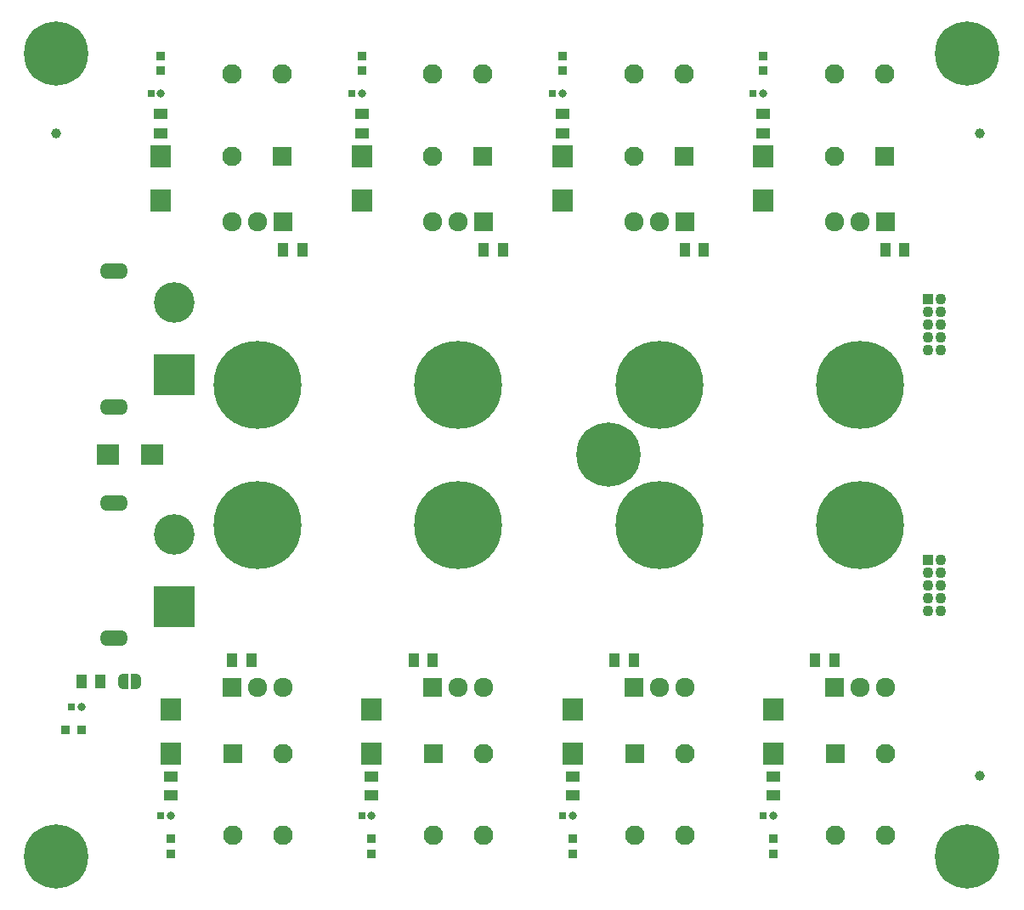
<source format=gbr>
%TF.GenerationSoftware,KiCad,Pcbnew,(6.0.10)*%
%TF.CreationDate,2023-01-10T09:29:53-08:00*%
%TF.ProjectId,solid_state_relays_12v,736f6c69-645f-4737-9461-74655f72656c,0.0.8*%
%TF.SameCoordinates,PXe4e1c0PY6422c40*%
%TF.FileFunction,Soldermask,Top*%
%TF.FilePolarity,Negative*%
%FSLAX46Y46*%
G04 Gerber Fmt 4.6, Leading zero omitted, Abs format (unit mm)*
G04 Created by KiCad (PCBNEW (6.0.10)) date 2023-01-10 09:29:53*
%MOMM*%
%LPD*%
G01*
G04 APERTURE LIST*
G04 Aperture macros list*
%AMFreePoly0*
4,1,22,0.500000,-0.750000,0.000000,-0.750000,0.000000,-0.745033,-0.079941,-0.743568,-0.215256,-0.701293,-0.333266,-0.622738,-0.424486,-0.514219,-0.481581,-0.384460,-0.499164,-0.250000,-0.500000,-0.250000,-0.500000,0.250000,-0.499164,0.250000,-0.499963,0.256109,-0.478152,0.396186,-0.417904,0.524511,-0.324060,0.630769,-0.204165,0.706417,-0.067858,0.745374,0.000000,0.744959,0.000000,0.750000,
0.500000,0.750000,0.500000,-0.750000,0.500000,-0.750000,$1*%
%AMFreePoly1*
4,1,20,0.000000,0.744959,0.073905,0.744508,0.209726,0.703889,0.328688,0.626782,0.421226,0.519385,0.479903,0.390333,0.500000,0.250000,0.500000,-0.250000,0.499851,-0.262216,0.476331,-0.402017,0.414519,-0.529596,0.319384,-0.634700,0.198574,-0.708877,0.061801,-0.746166,0.000000,-0.745033,0.000000,-0.750000,-0.500000,-0.750000,-0.500000,0.750000,0.000000,0.750000,0.000000,0.744959,
0.000000,0.744959,$1*%
G04 Aperture macros list end*
%ADD10R,1.000000X1.400000*%
%ADD11C,0.900000*%
%ADD12C,8.750000*%
%ADD13R,0.800000X0.800000*%
%ADD14C,0.800000*%
%ADD15O,2.800000X1.600000*%
%ADD16R,4.050000X4.050000*%
%ADD17C,4.050000*%
%ADD18FreePoly0,180.000000*%
%ADD19FreePoly1,180.000000*%
%ADD20R,1.400000X1.000000*%
%ADD21R,1.950000X1.950000*%
%ADD22C,1.950000*%
%ADD23R,0.850000X0.900000*%
%ADD24R,1.090000X1.090000*%
%ADD25C,1.090000*%
%ADD26C,1.000000*%
%ADD27R,2.150000X2.200000*%
%ADD28C,6.400000*%
%ADD29R,2.200000X2.150000*%
%ADD30R,0.900000X0.950000*%
%ADD31R,1.920000X1.920000*%
%ADD32C,1.920000*%
G04 APERTURE END LIST*
D10*
%TO.C,RP4*%
X27580000Y65450000D03*
X29480000Y65450000D03*
%TD*%
D11*
%TO.C,HQ7*%
X42388350Y35348350D03*
X45040000Y41750000D03*
X42388350Y40651650D03*
X47691650Y40651650D03*
X47691650Y35348350D03*
X41290000Y38000000D03*
D12*
X45040000Y38000000D03*
D11*
X48790000Y38000000D03*
X45040000Y34250000D03*
%TD*%
D13*
%TO.C,JL4*%
X14400000Y81000000D03*
D14*
X15400000Y81000000D03*
%TD*%
D15*
%TO.C,JPWR2*%
X10700000Y49800000D03*
X10700000Y63300000D03*
D16*
X16700000Y52950000D03*
D17*
X16700000Y60150000D03*
%TD*%
D18*
%TO.C,JP1*%
X12950000Y22450000D03*
D19*
X11650000Y22450000D03*
%TD*%
D20*
%TO.C,RL1*%
X75400000Y77050000D03*
X75400000Y78950000D03*
%TD*%
D21*
%TO.C,J3*%
X47500000Y74750000D03*
D22*
X47500000Y82950000D03*
X42500000Y74750000D03*
X42500000Y82950000D03*
%TD*%
D10*
%TO.C,RP6*%
X62500000Y24550000D03*
X60600000Y24550000D03*
%TD*%
D23*
%TO.C,LED1*%
X75400000Y84750000D03*
X75400000Y83250000D03*
%TD*%
D21*
%TO.C,J8*%
X22580000Y15250000D03*
D22*
X22580000Y7050000D03*
X27580000Y15250000D03*
X27580000Y7050000D03*
%TD*%
D13*
%TO.C,JL5*%
X75400000Y9000000D03*
D14*
X76400000Y9000000D03*
%TD*%
D21*
%TO.C,J5*%
X82580000Y15250000D03*
D22*
X82580000Y7050000D03*
X87580000Y15250000D03*
X87580000Y7050000D03*
%TD*%
D24*
%TO.C,JCNTL1*%
X91865000Y60540000D03*
D25*
X93135000Y60540000D03*
X91865000Y59270000D03*
X93135000Y59270000D03*
X91865000Y58000000D03*
X93135000Y58000000D03*
X91865000Y56730000D03*
X93135000Y56730000D03*
X91865000Y55460000D03*
X93135000Y55460000D03*
%TD*%
D10*
%TO.C,RP7*%
X42500000Y24550000D03*
X40600000Y24550000D03*
%TD*%
D26*
%TO.C,FID2*%
X97000000Y77000000D03*
%TD*%
D10*
%TO.C,R1*%
X7500000Y22450000D03*
X9400000Y22450000D03*
%TD*%
%TO.C,RP3*%
X47580000Y65450000D03*
X49480000Y65450000D03*
%TD*%
D27*
%TO.C,TVS2*%
X55400000Y70350000D03*
X55400000Y74750000D03*
%TD*%
D10*
%TO.C,RP2*%
X67580000Y65450000D03*
X69480000Y65450000D03*
%TD*%
D23*
%TO.C,LED6*%
X56400000Y5250000D03*
X56400000Y6750000D03*
%TD*%
%TO.C,LED7*%
X36400000Y5250000D03*
X36400000Y6750000D03*
%TD*%
D20*
%TO.C,RL7*%
X36400000Y12950000D03*
X36400000Y11050000D03*
%TD*%
D14*
%TO.C,H5*%
X58302944Y43302944D03*
D28*
X60000000Y45000000D03*
D14*
X60000000Y42600000D03*
X61697056Y46697056D03*
X58302944Y46697056D03*
X60000000Y47400000D03*
X57600000Y45000000D03*
X61697056Y43302944D03*
X62400000Y45000000D03*
%TD*%
D29*
%TO.C,TVSP1*%
X14550000Y45000000D03*
X10150000Y45000000D03*
%TD*%
D11*
%TO.C,HQ6*%
X67691650Y40651650D03*
X61290000Y38000000D03*
X62388350Y40651650D03*
X67691650Y35348350D03*
X68790000Y38000000D03*
X65040000Y41750000D03*
X65040000Y34250000D03*
X62388350Y35348350D03*
D12*
X65040000Y38000000D03*
%TD*%
D10*
%TO.C,RP1*%
X87580000Y65450000D03*
X89480000Y65450000D03*
%TD*%
D21*
%TO.C,J1*%
X87500000Y74750000D03*
D22*
X87500000Y82950000D03*
X82500000Y74750000D03*
X82500000Y82950000D03*
%TD*%
D13*
%TO.C,JL8*%
X15380000Y9000000D03*
D14*
X16380000Y9000000D03*
%TD*%
D23*
%TO.C,LED8*%
X16380000Y5250000D03*
X16380000Y6750000D03*
%TD*%
D27*
%TO.C,TVS5*%
X76400000Y19650000D03*
X76400000Y15250000D03*
%TD*%
D21*
%TO.C,J2*%
X67500000Y74750000D03*
D22*
X67500000Y82950000D03*
X62500000Y74750000D03*
X62500000Y82950000D03*
%TD*%
D11*
%TO.C,HQ4*%
X28790000Y52000000D03*
X27691650Y49348350D03*
X22388350Y49348350D03*
X25040000Y55750000D03*
D12*
X25040000Y52000000D03*
D11*
X22388350Y54651650D03*
X21290000Y52000000D03*
X27691650Y54651650D03*
X25040000Y48250000D03*
%TD*%
D23*
%TO.C,LED3*%
X35400000Y84750000D03*
X35400000Y83250000D03*
%TD*%
D10*
%TO.C,RP5*%
X82500000Y24550000D03*
X80600000Y24550000D03*
%TD*%
D28*
%TO.C,H1*%
X5000000Y85000000D03*
D14*
X6697056Y83302944D03*
X5000000Y87400000D03*
X6697056Y86697056D03*
X3302944Y86697056D03*
X5000000Y82600000D03*
X7400000Y85000000D03*
X3302944Y83302944D03*
X2600000Y85000000D03*
%TD*%
D21*
%TO.C,J4*%
X27500000Y74750000D03*
D22*
X27500000Y82950000D03*
X22500000Y74750000D03*
X22500000Y82950000D03*
%TD*%
D11*
%TO.C,HQ3*%
X42388350Y54651650D03*
D12*
X45040000Y52000000D03*
D11*
X45040000Y48250000D03*
X41290000Y52000000D03*
X48790000Y52000000D03*
X47691650Y54651650D03*
X45040000Y55750000D03*
X47691650Y49348350D03*
X42388350Y49348350D03*
%TD*%
D14*
%TO.C,H4*%
X6697056Y6697056D03*
X6697056Y3302944D03*
X2600000Y5000000D03*
X5000000Y2600000D03*
X3302944Y6697056D03*
X3302944Y3302944D03*
D28*
X5000000Y5000000D03*
D14*
X7400000Y5000000D03*
X5000000Y7400000D03*
%TD*%
D27*
%TO.C,TVS4*%
X15400000Y70350000D03*
X15400000Y74750000D03*
%TD*%
D13*
%TO.C,JL7*%
X35400000Y9000000D03*
D14*
X36400000Y9000000D03*
%TD*%
D11*
%TO.C,HQ5*%
X85040000Y34250000D03*
X82388350Y35348350D03*
X85040000Y41750000D03*
X81290000Y38000000D03*
X82388350Y40651650D03*
X87691650Y35348350D03*
D12*
X85040000Y38000000D03*
D11*
X87691650Y40651650D03*
X88790000Y38000000D03*
%TD*%
D20*
%TO.C,RL6*%
X56400000Y12950000D03*
X56400000Y11050000D03*
%TD*%
D13*
%TO.C,JL6*%
X55400000Y9000000D03*
D14*
X56400000Y9000000D03*
%TD*%
D23*
%TO.C,LED2*%
X55400000Y84750000D03*
X55400000Y83250000D03*
%TD*%
D10*
%TO.C,RP8*%
X22500000Y24550000D03*
X24400000Y24550000D03*
%TD*%
D30*
%TO.C,LEDP1*%
X5900000Y17600000D03*
X7500000Y17600000D03*
%TD*%
D20*
%TO.C,RL3*%
X35400000Y77050000D03*
X35400000Y78950000D03*
%TD*%
%TO.C,RL8*%
X16380000Y12950000D03*
X16380000Y11050000D03*
%TD*%
D15*
%TO.C,JPWR1*%
X10700000Y26700000D03*
X10700000Y40200000D03*
D16*
X16700000Y29850000D03*
D17*
X16700000Y37050000D03*
%TD*%
D27*
%TO.C,TVS7*%
X36400000Y19650000D03*
X36400000Y15250000D03*
%TD*%
%TO.C,TVS3*%
X35400000Y70350000D03*
X35400000Y74750000D03*
%TD*%
D11*
%TO.C,HQ2*%
X62388350Y49348350D03*
X67691650Y49348350D03*
X65040000Y48250000D03*
D12*
X65040000Y52000000D03*
D11*
X68790000Y52000000D03*
X65040000Y55750000D03*
X62388350Y54651650D03*
X67691650Y54651650D03*
X61290000Y52000000D03*
%TD*%
D21*
%TO.C,J7*%
X42580000Y15250000D03*
D22*
X42580000Y7050000D03*
X47580000Y15250000D03*
X47580000Y7050000D03*
%TD*%
D20*
%TO.C,RL4*%
X15400000Y77050000D03*
X15400000Y78950000D03*
%TD*%
D23*
%TO.C,LED5*%
X76400000Y5250000D03*
X76400000Y6750000D03*
%TD*%
D14*
%TO.C,H3*%
X95750000Y2600000D03*
X93350000Y5000000D03*
X98150000Y5000000D03*
X97447056Y3302944D03*
X97447056Y6697056D03*
X94052944Y3302944D03*
X94052944Y6697056D03*
X95750000Y7400000D03*
D28*
X95750000Y5000000D03*
%TD*%
D13*
%TO.C,JL3*%
X34400000Y81000000D03*
D14*
X35400000Y81000000D03*
%TD*%
D23*
%TO.C,LED4*%
X15400000Y84750000D03*
X15400000Y83250000D03*
%TD*%
D20*
%TO.C,RL2*%
X55400000Y77050000D03*
X55400000Y78950000D03*
%TD*%
D26*
%TO.C,FID1*%
X5000000Y77000000D03*
%TD*%
D13*
%TO.C,JP2*%
X6500000Y19850000D03*
D14*
X7500000Y19850000D03*
%TD*%
D27*
%TO.C,TVS8*%
X16380000Y19650000D03*
X16380000Y15250000D03*
%TD*%
D13*
%TO.C,JL2*%
X54400000Y81000000D03*
D14*
X55400000Y81000000D03*
%TD*%
D24*
%TO.C,JCNTL2*%
X91865000Y34540000D03*
D25*
X93135000Y34540000D03*
X91865000Y33270000D03*
X93135000Y33270000D03*
X91865000Y32000000D03*
X93135000Y32000000D03*
X91865000Y30730000D03*
X93135000Y30730000D03*
X91865000Y29460000D03*
X93135000Y29460000D03*
%TD*%
D11*
%TO.C,HQ1*%
X81290000Y52000000D03*
X88790000Y52000000D03*
X82388350Y49348350D03*
X87691650Y49348350D03*
X85040000Y55750000D03*
X87691650Y54651650D03*
X85040000Y48250000D03*
D12*
X85040000Y52000000D03*
D11*
X82388350Y54651650D03*
%TD*%
%TO.C,HQ8*%
X21290000Y38000000D03*
X25040000Y34250000D03*
X22388350Y35348350D03*
X22388350Y40651650D03*
X28790000Y38000000D03*
X27691650Y35348350D03*
D12*
X25040000Y38000000D03*
D11*
X27691650Y40651650D03*
X25040000Y41750000D03*
%TD*%
D26*
%TO.C,FID3*%
X97000000Y13000000D03*
%TD*%
D13*
%TO.C,JL1*%
X74400000Y81000000D03*
D14*
X75400000Y81000000D03*
%TD*%
%TO.C,H2*%
X98150000Y85000000D03*
X94052944Y86697056D03*
X97447056Y83302944D03*
X97447056Y86697056D03*
X94052944Y83302944D03*
X93350000Y85000000D03*
X95750000Y82600000D03*
X95750000Y87400000D03*
D28*
X95750000Y85000000D03*
%TD*%
D21*
%TO.C,J6*%
X62580000Y15250000D03*
D22*
X62580000Y7050000D03*
X67580000Y15250000D03*
X67580000Y7050000D03*
%TD*%
D27*
%TO.C,TVS6*%
X56400000Y19650000D03*
X56400000Y15250000D03*
%TD*%
%TO.C,TVS1*%
X75400000Y70350000D03*
X75400000Y74750000D03*
%TD*%
D20*
%TO.C,RL5*%
X76400000Y12950000D03*
X76400000Y11050000D03*
%TD*%
D31*
%TO.C,Q7*%
X42500000Y21800000D03*
D32*
X45040000Y21800000D03*
X47580000Y21800000D03*
%TD*%
D31*
%TO.C,Q6*%
X62500000Y21800000D03*
D32*
X65040000Y21800000D03*
X67580000Y21800000D03*
%TD*%
D31*
%TO.C,Q3*%
X47580000Y68200000D03*
D32*
X45040000Y68200000D03*
X42500000Y68200000D03*
%TD*%
D31*
%TO.C,Q5*%
X82500000Y21800000D03*
D32*
X85040000Y21800000D03*
X87580000Y21800000D03*
%TD*%
D31*
%TO.C,Q2*%
X67580000Y68200000D03*
D32*
X65040000Y68200000D03*
X62500000Y68200000D03*
%TD*%
D31*
%TO.C,Q4*%
X27580000Y68200000D03*
D32*
X25040000Y68200000D03*
X22500000Y68200000D03*
%TD*%
D31*
%TO.C,Q1*%
X87580000Y68200000D03*
D32*
X85040000Y68200000D03*
X82500000Y68200000D03*
%TD*%
D31*
%TO.C,Q8*%
X22500000Y21800000D03*
D32*
X25040000Y21800000D03*
X27580000Y21800000D03*
%TD*%
M02*

</source>
